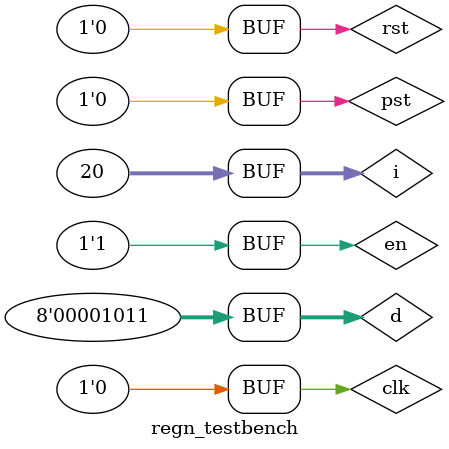
<source format=v>

module regn_testbench #(parameter n = 8) ();
  
  reg clk, rst, pst, en;
  reg [n-1:0] d;
  wire [n-1:0] q;
  
  regn #(.n(8)) DUT (.clk(clk), .rst(rst), .pst(pst), .en(en), .d(d), .q(q));
  
  initial
    begin
      $monitor($time, " rst=%b, pst=%b, en=%b, d=%d, q=%d", rst, pst, en, d, q);
    end
  
  integer i;
  
  initial
    begin
      $dumpfile("regn.vcd");
      $dumpvars(1, regn_testbench);
      
      #0 clk=1; rst=1; pst=0; en=1; d=10;
      
      for (i = 0; i < 20; i = i+1)
        begin
          #25 clk <= ~clk;
          #25 clk <= ~clk; rst <= (i%8==3)?0:1; pst <= (i%8==5)?1:0; en <= (i%8==7)?0:1; d <= d+1;
        end
    end
  
endmodule
</source>
